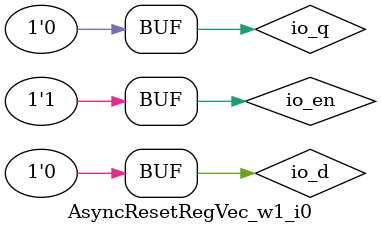
<source format=sv>
`ifndef RANDOMIZE
  `ifdef RANDOMIZE_MEM_INIT
    `define RANDOMIZE
  `endif // RANDOMIZE_MEM_INIT
`endif // not def RANDOMIZE
`ifndef RANDOMIZE
  `ifdef RANDOMIZE_REG_INIT
    `define RANDOMIZE
  `endif // RANDOMIZE_REG_INIT
`endif // not def RANDOMIZE

`ifndef RANDOM
  `define RANDOM $random
`endif // not def RANDOM

// Users can define INIT_RANDOM as general code that gets injected into the
// initializer block for modules with registers.
`ifndef INIT_RANDOM
  `define INIT_RANDOM
`endif // not def INIT_RANDOM

// If using random initialization, you can also define RANDOMIZE_DELAY to
// customize the delay used, otherwise 0.002 is used.
`ifndef RANDOMIZE_DELAY
  `define RANDOMIZE_DELAY 0.002
`endif // not def RANDOMIZE_DELAY

// Define INIT_RANDOM_PROLOG_ for use in our modules below.
`ifndef INIT_RANDOM_PROLOG_
  `ifdef RANDOMIZE
    `ifdef VERILATOR
      `define INIT_RANDOM_PROLOG_ `INIT_RANDOM
    `else  // VERILATOR
      `define INIT_RANDOM_PROLOG_ `INIT_RANDOM #`RANDOMIZE_DELAY begin end
    `endif // VERILATOR
  `else  // RANDOMIZE
    `define INIT_RANDOM_PROLOG_
  `endif // RANDOMIZE
`endif // not def INIT_RANDOM_PROLOG_

// Include register initializers in init blocks unless synthesis is set
`ifndef SYNTHESIS
  `ifndef ENABLE_INITIAL_REG_
    `define ENABLE_INITIAL_REG_
  `endif // not def ENABLE_INITIAL_REG_
`endif // not def SYNTHESIS

// Include rmemory initializers in init blocks unless synthesis is set
`ifndef SYNTHESIS
  `ifndef ENABLE_INITIAL_MEM_
    `define ENABLE_INITIAL_MEM_
  `endif // not def ENABLE_INITIAL_MEM_
`endif // not def SYNTHESIS

// Standard header to adapt well known macros for prints and assertions.

// Users can define 'PRINTF_COND' to add an extra gate to prints.
`ifndef PRINTF_COND_
  `ifdef PRINTF_COND
    `define PRINTF_COND_ (`PRINTF_COND)
  `else  // PRINTF_COND
    `define PRINTF_COND_ 1
  `endif // PRINTF_COND
`endif // not def PRINTF_COND_

// Users can define 'ASSERT_VERBOSE_COND' to add an extra gate to assert error printing.
`ifndef ASSERT_VERBOSE_COND_
  `ifdef ASSERT_VERBOSE_COND
    `define ASSERT_VERBOSE_COND_ (`ASSERT_VERBOSE_COND)
  `else  // ASSERT_VERBOSE_COND
    `define ASSERT_VERBOSE_COND_ 1
  `endif // ASSERT_VERBOSE_COND
`endif // not def ASSERT_VERBOSE_COND_

// Users can define 'STOP_COND' to add an extra gate to stop conditions.
`ifndef STOP_COND_
  `ifdef STOP_COND
    `define STOP_COND_ (`STOP_COND)
  `else  // STOP_COND
    `define STOP_COND_ 1
  `endif // STOP_COND
`endif // not def STOP_COND_

module AsyncResetRegVec_w1_i0();
  wire io_en = 1'h1;	// src/main/scala/util/AsyncResetReg.scala:59:14
  wire io_d = 1'h0;
  wire io_q = 1'h0;
endmodule


</source>
